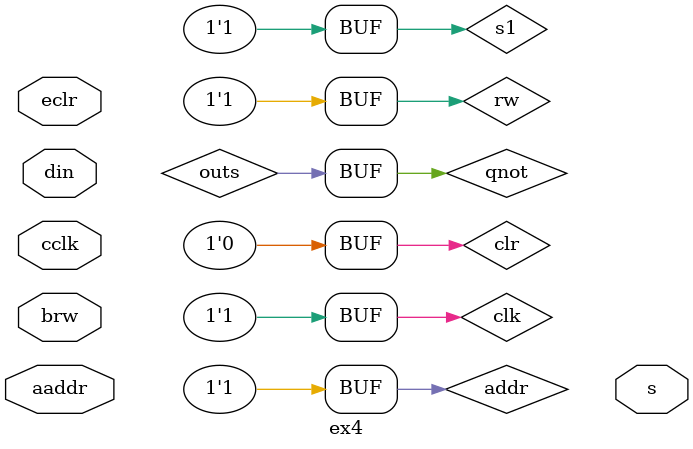
<source format=v>
`include "jkFF.v"



module ex4(input aaddr,input brw,input cclk, input din, output s, input eclr);

reg addr,rw,clk,in01,in02,in03,in04,in05,in06,in07,clr;

wire s1,outs;

and And01(s1,addr,rw,clk);


jkff J01(q,qnot,s1,in00,clk);
jkff J02(q,qnot,s1,in01,clk);
jkff J03(q,qnot,s1,in02,clk);
jkff J04(q,qnot,s1,in03,clk);
jkff J05(q,qnot,s1,in04,clk);
jkff J06(q,qnot,s1,in05,clk);
jkff J07(q,qnot,s1,in06,clk);
jkff J08(q,qnot,s1,in08,clk);


and And02(outs,qnot,addr);

initial begin 
$display ( "Guia 10 - Gabriel Benjamim de Carvalho - 396690" );
$display ( "Ex4 - Memoria RAM" );


addr = 0; 
clk = 0; 
rw = 0;
clr = 0; 

$monitor( "%4d %4b", $time, outs ); 

#1 clk = 0; addr = 0; rw = 1; 
#1 clk = 0; addr = 1; rw = 0;
#1 clk = 0; addr = 1; rw = 1;
#1 clk = 1; addr = 0; rw = 0;
#1 clk = 1; addr = 0; rw = 1;
#1 clk = 1; addr = 1; rw = 0;
#1 clk = 1; addr = 1; rw = 1;

end 

endmodule


</source>
